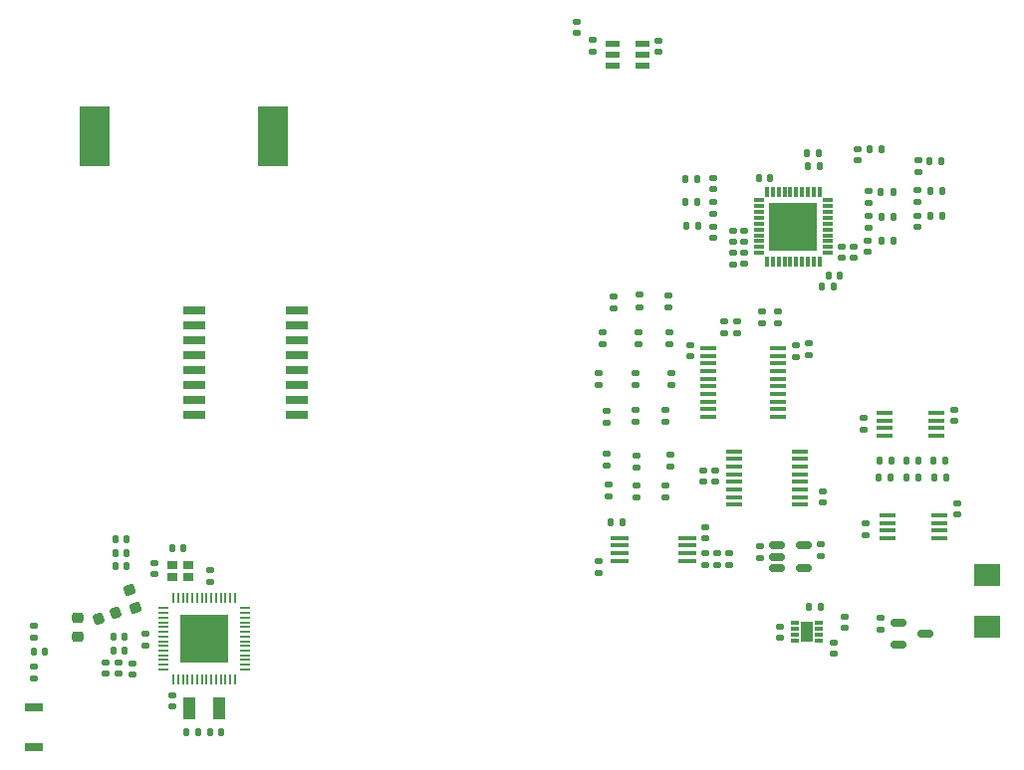
<source format=gtp>
G04 #@! TF.GenerationSoftware,KiCad,Pcbnew,9.0.5*
G04 #@! TF.CreationDate,2025-11-01T16:07:24-04:00*
G04 #@! TF.ProjectId,main_board_v1,6d61696e-5f62-46f6-9172-645f76312e6b,rev?*
G04 #@! TF.SameCoordinates,Original*
G04 #@! TF.FileFunction,Paste,Top*
G04 #@! TF.FilePolarity,Positive*
%FSLAX46Y46*%
G04 Gerber Fmt 4.6, Leading zero omitted, Abs format (unit mm)*
G04 Created by KiCad (PCBNEW 9.0.5) date 2025-11-01 16:07:24*
%MOMM*%
%LPD*%
G01*
G04 APERTURE LIST*
G04 Aperture macros list*
%AMRoundRect*
0 Rectangle with rounded corners*
0 $1 Rounding radius*
0 $2 $3 $4 $5 $6 $7 $8 $9 X,Y pos of 4 corners*
0 Add a 4 corners polygon primitive as box body*
4,1,4,$2,$3,$4,$5,$6,$7,$8,$9,$2,$3,0*
0 Add four circle primitives for the rounded corners*
1,1,$1+$1,$2,$3*
1,1,$1+$1,$4,$5*
1,1,$1+$1,$6,$7*
1,1,$1+$1,$8,$9*
0 Add four rect primitives between the rounded corners*
20,1,$1+$1,$2,$3,$4,$5,0*
20,1,$1+$1,$4,$5,$6,$7,0*
20,1,$1+$1,$6,$7,$8,$9,0*
20,1,$1+$1,$8,$9,$2,$3,0*%
G04 Aperture macros list end*
%ADD10RoundRect,0.150000X-0.512500X-0.150000X0.512500X-0.150000X0.512500X0.150000X-0.512500X0.150000X0*%
%ADD11RoundRect,0.147500X0.147500X0.172500X-0.147500X0.172500X-0.147500X-0.172500X0.147500X-0.172500X0*%
%ADD12RoundRect,0.135000X-0.135000X-0.185000X0.135000X-0.185000X0.135000X0.185000X-0.135000X0.185000X0*%
%ADD13RoundRect,0.140000X-0.170000X0.140000X-0.170000X-0.140000X0.170000X-0.140000X0.170000X0.140000X0*%
%ADD14RoundRect,0.135000X-0.185000X0.135000X-0.185000X-0.135000X0.185000X-0.135000X0.185000X0.135000X0*%
%ADD15RoundRect,0.135000X0.185000X-0.135000X0.185000X0.135000X-0.185000X0.135000X-0.185000X-0.135000X0*%
%ADD16RoundRect,0.147500X0.172500X-0.147500X0.172500X0.147500X-0.172500X0.147500X-0.172500X-0.147500X0*%
%ADD17RoundRect,0.140000X0.170000X-0.140000X0.170000X0.140000X-0.170000X0.140000X-0.170000X-0.140000X0*%
%ADD18RoundRect,0.147500X-0.172500X0.147500X-0.172500X-0.147500X0.172500X-0.147500X0.172500X0.147500X0*%
%ADD19R,1.473200X0.355600*%
%ADD20RoundRect,0.218750X-0.117915X-0.315613X0.293200X-0.165979X0.117915X0.315613X-0.293200X0.165979X0*%
%ADD21RoundRect,0.140000X0.140000X0.170000X-0.140000X0.170000X-0.140000X-0.170000X0.140000X-0.170000X0*%
%ADD22R,1.400000X0.450000*%
%ADD23RoundRect,0.051250X-0.733750X-0.153750X0.733750X-0.153750X0.733750X0.153750X-0.733750X0.153750X0*%
%ADD24R,0.850000X0.200000*%
%ADD25R,0.200000X0.850000*%
%ADD26R,4.050000X4.050000*%
%ADD27RoundRect,0.135000X0.135000X0.185000X-0.135000X0.185000X-0.135000X-0.185000X0.135000X-0.185000X0*%
%ADD28R,1.600000X0.800000*%
%ADD29R,1.150000X0.600000*%
%ADD30R,1.100000X1.900000*%
%ADD31R,2.500000X5.100000*%
%ADD32R,0.850000X0.300000*%
%ADD33R,0.300000X0.850000*%
%ADD34R,0.850000X0.750000*%
%ADD35RoundRect,0.140000X-0.140000X-0.170000X0.140000X-0.170000X0.140000X0.170000X-0.140000X0.170000X0*%
%ADD36RoundRect,0.225000X-0.250000X0.225000X-0.250000X-0.225000X0.250000X-0.225000X0.250000X0.225000X0*%
%ADD37R,2.259800X1.874000*%
%ADD38R,0.700000X0.300000*%
%ADD39R,1.000000X1.700000*%
%ADD40R,1.910000X0.640000*%
%ADD41RoundRect,0.225000X0.311878X-0.125926X0.157969X0.296936X-0.311878X0.125926X-0.157969X-0.296936X0*%
%ADD42R,1.475000X0.450000*%
%ADD43RoundRect,0.147500X-0.147500X-0.172500X0.147500X-0.172500X0.147500X0.172500X-0.147500X0.172500X0*%
G04 APERTURE END LIST*
D10*
X116464500Y-74104950D03*
X116464500Y-76004950D03*
X118739500Y-75054950D03*
D11*
X43960000Y-76625000D03*
X42990000Y-76625000D03*
D12*
X119242000Y-37354950D03*
X120262000Y-37354950D03*
D13*
X100752000Y-36294950D03*
X100752000Y-37254950D03*
D14*
X91050000Y-52890000D03*
X91050000Y-53910000D03*
X113702000Y-65644950D03*
X113702000Y-66664950D03*
D15*
X97020000Y-50400000D03*
X97020000Y-49380000D03*
D16*
X42975000Y-78860000D03*
X42975000Y-77890000D03*
D17*
X121452000Y-64934950D03*
X121452000Y-63974950D03*
D13*
X104702000Y-67624950D03*
X104702000Y-68584950D03*
D18*
X111952000Y-73619950D03*
X111952000Y-74589950D03*
D14*
X57980000Y-69635050D03*
X57980000Y-70655050D03*
D13*
X101092000Y-68224950D03*
X101092000Y-69184950D03*
D12*
X119242000Y-39504950D03*
X120262000Y-39504950D03*
D15*
X104892000Y-48624950D03*
X104892000Y-47604950D03*
D19*
X102493700Y-59529951D03*
X102493700Y-60179949D03*
X102493700Y-60829951D03*
X102493700Y-61479949D03*
X102493700Y-62129948D03*
X102493700Y-62779949D03*
X102493700Y-63429948D03*
X102493700Y-64079949D03*
X108132500Y-64079949D03*
X108132500Y-63429951D03*
X108132500Y-62779949D03*
X108132500Y-62129951D03*
X108132500Y-61479952D03*
X108132500Y-60829951D03*
X108132500Y-60179952D03*
X108132500Y-59529951D03*
D10*
X106164500Y-67554950D03*
X106164500Y-68504950D03*
X106164500Y-69454950D03*
X108439500Y-69454950D03*
X108439500Y-67554950D03*
D13*
X102402000Y-42664950D03*
X102402000Y-43624950D03*
X118152000Y-34774950D03*
X118152000Y-35734950D03*
D20*
X48489992Y-73788682D03*
X49970008Y-73250000D03*
D21*
X55710000Y-67750000D03*
X54750000Y-67750000D03*
D17*
X43000000Y-75380000D03*
X43000000Y-74420000D03*
D15*
X96650000Y-57060000D03*
X96650000Y-56040000D03*
D13*
X110050000Y-62920000D03*
X110050000Y-63880000D03*
D22*
X115352000Y-56254950D03*
X115352000Y-56904950D03*
X115352000Y-57554950D03*
X115352000Y-58204950D03*
X119752000Y-58204950D03*
X119752000Y-57554950D03*
X119752000Y-56904950D03*
X119752000Y-56254950D03*
D13*
X112702000Y-42124950D03*
X112702000Y-43084950D03*
D23*
X92802000Y-66904950D03*
X92802000Y-67554950D03*
X92802000Y-68204950D03*
X92802000Y-68854950D03*
X98542000Y-68854950D03*
X98542000Y-68204950D03*
X98542000Y-67554950D03*
X98542000Y-66904950D03*
D13*
X111702000Y-42124950D03*
X111702000Y-43084950D03*
D15*
X94500000Y-47250000D03*
X94500000Y-46230000D03*
D13*
X100092000Y-68224950D03*
X100092000Y-69184950D03*
D24*
X54030000Y-72900000D03*
X54030000Y-73300000D03*
X54030000Y-73700000D03*
X54030000Y-74100000D03*
X54030000Y-74500000D03*
X54030000Y-74900000D03*
X54030000Y-75300000D03*
X54030000Y-75700000D03*
X54030000Y-76100000D03*
X54030000Y-76500000D03*
X54030000Y-76900000D03*
X54030000Y-77300000D03*
X54030000Y-77700000D03*
X54030000Y-78100000D03*
D25*
X54880000Y-78950000D03*
X55280000Y-78950000D03*
X55680000Y-78950000D03*
X56080000Y-78950000D03*
X56480000Y-78950000D03*
X56880000Y-78950000D03*
X57280000Y-78950000D03*
X57680000Y-78950000D03*
X58080000Y-78950000D03*
X58480000Y-78950000D03*
X58880000Y-78950000D03*
X59280000Y-78950000D03*
X59680000Y-78950000D03*
X60080000Y-78950000D03*
D24*
X60930000Y-78100000D03*
X60930000Y-77700000D03*
X60930000Y-77300000D03*
X60930000Y-76900000D03*
X60930000Y-76500000D03*
X60930000Y-76100000D03*
X60930000Y-75700000D03*
X60930000Y-75300000D03*
X60930000Y-74900000D03*
X60930000Y-74500000D03*
X60930000Y-74100000D03*
X60930000Y-73700000D03*
X60930000Y-73300000D03*
X60930000Y-72900000D03*
D25*
X60080000Y-72050000D03*
X59680000Y-72050000D03*
X59280000Y-72050000D03*
X58880000Y-72050000D03*
X58480000Y-72050000D03*
X58080000Y-72050000D03*
X57680000Y-72050000D03*
X57280000Y-72050000D03*
X56880000Y-72050000D03*
X56480000Y-72050000D03*
X56080000Y-72050000D03*
X55680000Y-72050000D03*
X55280000Y-72050000D03*
X54880000Y-72050000D03*
D26*
X57480000Y-75500000D03*
D15*
X96650000Y-63460000D03*
X96650000Y-62440000D03*
D14*
X97200000Y-52890000D03*
X97200000Y-53910000D03*
X94150000Y-56030000D03*
X94150000Y-57050000D03*
X101652000Y-48494950D03*
X101652000Y-49514950D03*
D27*
X99402000Y-36374950D03*
X98382000Y-36374950D03*
D15*
X91350000Y-50460000D03*
X91350000Y-49440000D03*
D13*
X121252000Y-55974950D03*
X121252000Y-56934950D03*
X50200000Y-77520000D03*
X50200000Y-78480000D03*
X51350000Y-77570000D03*
X51350000Y-78530000D03*
D15*
X94150000Y-53910000D03*
X94150000Y-52890000D03*
D17*
X98842000Y-51474950D03*
X98842000Y-50514950D03*
D15*
X106242000Y-48624950D03*
X106242000Y-47604950D03*
D13*
X106402000Y-74454950D03*
X106402000Y-75414950D03*
D17*
X110952000Y-76784950D03*
X110952000Y-75824950D03*
D28*
X43000000Y-81300000D03*
X43000000Y-84700000D03*
D29*
X92202000Y-24854950D03*
X92202000Y-25804950D03*
X92202000Y-26754950D03*
X94702000Y-26754950D03*
X94702000Y-25804950D03*
X94702000Y-24854950D03*
D15*
X91850000Y-63410000D03*
X91850000Y-62390000D03*
X52500000Y-76110000D03*
X52500000Y-75090000D03*
D12*
X115012000Y-37454950D03*
X116032000Y-37454950D03*
X115072000Y-41654950D03*
X116092000Y-41654950D03*
D13*
X54750000Y-80320000D03*
X54750000Y-81280000D03*
D17*
X103402000Y-41704950D03*
X103402000Y-40744950D03*
D13*
X118102000Y-39474950D03*
X118102000Y-40434950D03*
X100752000Y-38344950D03*
X100752000Y-39304950D03*
D12*
X114852000Y-60304950D03*
X115872000Y-60304950D03*
D15*
X91700000Y-57110000D03*
X91700000Y-56090000D03*
D13*
X113892000Y-41614950D03*
X113892000Y-42574950D03*
D15*
X108842000Y-51384950D03*
X108842000Y-50364950D03*
D14*
X91650000Y-59740000D03*
X91650000Y-60760000D03*
X94400000Y-49440000D03*
X94400000Y-50460000D03*
D30*
X58730000Y-81450000D03*
X56230000Y-81450000D03*
D13*
X100752000Y-40394950D03*
X100752000Y-41354950D03*
D14*
X96950000Y-46261300D03*
X96950000Y-47281300D03*
D27*
X99402000Y-38324950D03*
X98382000Y-38324950D03*
D12*
X119502000Y-61754950D03*
X120522000Y-61754950D03*
D13*
X118102000Y-37324950D03*
X118102000Y-38284950D03*
D14*
X92300000Y-46340000D03*
X92300000Y-47360000D03*
D27*
X99452000Y-40374950D03*
X98432000Y-40374950D03*
D13*
X109902000Y-67474950D03*
X109902000Y-68434950D03*
D17*
X53230000Y-69980000D03*
X53230000Y-69020000D03*
D12*
X108752000Y-35254950D03*
X109772000Y-35254950D03*
X119142000Y-34804950D03*
X120162000Y-34804950D03*
D27*
X109762000Y-34154950D03*
X108742000Y-34154950D03*
D22*
X115602000Y-64979950D03*
X115602000Y-65629950D03*
X115602000Y-66279950D03*
X115602000Y-66929950D03*
X120002000Y-66929950D03*
X120002000Y-66279950D03*
X120002000Y-65629950D03*
X120002000Y-64979950D03*
D31*
X63350000Y-32750000D03*
X48150000Y-32750000D03*
D32*
X104602000Y-38154950D03*
X104602000Y-38654950D03*
X104602000Y-39154950D03*
X104602000Y-39654950D03*
X104602000Y-40154950D03*
X104602000Y-40654950D03*
X104602000Y-41154950D03*
X104602000Y-41654950D03*
X104602000Y-42154950D03*
X104602000Y-42654950D03*
D33*
X105302000Y-43354950D03*
X105802000Y-43354950D03*
X106302000Y-43354950D03*
X106802000Y-43354950D03*
X107302000Y-43354950D03*
X107802000Y-43354950D03*
X108302000Y-43354950D03*
X108802000Y-43354950D03*
X109302000Y-43354950D03*
X109802000Y-43354950D03*
D32*
X110502000Y-42654950D03*
X110502000Y-42154950D03*
X110502000Y-41654950D03*
X110502000Y-41154950D03*
X110502000Y-40654950D03*
X110502000Y-40154950D03*
X110502000Y-39654950D03*
X110502000Y-39154950D03*
X110502000Y-38654950D03*
X110502000Y-38154950D03*
D33*
X109802000Y-37454950D03*
X109302000Y-37454950D03*
X108802000Y-37454950D03*
X108302000Y-37454950D03*
X107802000Y-37454950D03*
X107302000Y-37454950D03*
X106802000Y-37454950D03*
X106302000Y-37454950D03*
X105802000Y-37454950D03*
X105302000Y-37454950D03*
D26*
X107552000Y-40404950D03*
D21*
X50880000Y-68200000D03*
X49920000Y-68200000D03*
D34*
X54805000Y-70275000D03*
X56155000Y-70275000D03*
X56155000Y-69225000D03*
X54805000Y-69225000D03*
D35*
X56000000Y-83450000D03*
X56960000Y-83450000D03*
D21*
X58960000Y-83450000D03*
X58000000Y-83450000D03*
D12*
X117152000Y-61754950D03*
X118172000Y-61754950D03*
D36*
X46730000Y-73744341D03*
X46730000Y-75294341D03*
D15*
X94250000Y-63460000D03*
X94250000Y-62440000D03*
D37*
X124002000Y-74470700D03*
X124002000Y-70056700D03*
D17*
X107742000Y-51504950D03*
X107742000Y-50544950D03*
D21*
X50730000Y-75300000D03*
X49770000Y-75300000D03*
D13*
X89150000Y-22970000D03*
X89150000Y-23930000D03*
D14*
X90476000Y-24544950D03*
X90476000Y-25564950D03*
X102752000Y-48494950D03*
X102752000Y-49514950D03*
X97100000Y-59790000D03*
X97100000Y-60810000D03*
D13*
X103402000Y-42644950D03*
X103402000Y-43604950D03*
X113922000Y-39524950D03*
X113922000Y-40484950D03*
D38*
X107652000Y-74117450D03*
X107652000Y-74617450D03*
X107652000Y-75117450D03*
X107652000Y-75617450D03*
X109752000Y-75617450D03*
X109752000Y-75117450D03*
X109752000Y-74617450D03*
X109752000Y-74117450D03*
D39*
X108702000Y-74867450D03*
D13*
X114952000Y-73724950D03*
X114952000Y-74684950D03*
D12*
X117142000Y-60304950D03*
X118162000Y-60304950D03*
X109942000Y-45554950D03*
X110962000Y-45554950D03*
X114042000Y-33834950D03*
X115062000Y-33834950D03*
D13*
X96076000Y-24574950D03*
X96076000Y-25534950D03*
X49100000Y-77520000D03*
X49100000Y-78480000D03*
D17*
X102402000Y-41704950D03*
X102402000Y-40744950D03*
D12*
X115062000Y-39554950D03*
X116082000Y-39554950D03*
D40*
X65385000Y-56445000D03*
X65385000Y-55175000D03*
X65385000Y-53905000D03*
X65385000Y-52635000D03*
X65385000Y-51365000D03*
X65385000Y-50095000D03*
X65385000Y-48825000D03*
X65385000Y-47555000D03*
X56615000Y-47555000D03*
X56615000Y-48825000D03*
X56615000Y-50095000D03*
X56615000Y-51365000D03*
X56615000Y-52635000D03*
X56615000Y-53905000D03*
X56615000Y-55175000D03*
X56615000Y-56445000D03*
D12*
X108852000Y-72804950D03*
X109872000Y-72804950D03*
D41*
X51632566Y-72826433D03*
X51102434Y-71369909D03*
D14*
X90977000Y-68844950D03*
X90977000Y-69864950D03*
D13*
X113932000Y-37404950D03*
X113932000Y-38364950D03*
X99932500Y-61149949D03*
X99932500Y-62109949D03*
D21*
X50880000Y-67000000D03*
X49920000Y-67000000D03*
D42*
X100354000Y-50749950D03*
X100354000Y-51399950D03*
X100354000Y-52049950D03*
X100354000Y-52699950D03*
X100354000Y-53349950D03*
X100354000Y-53999950D03*
X100354000Y-54649950D03*
X100354000Y-55299950D03*
X100354000Y-55949950D03*
X100354000Y-56599950D03*
X106230000Y-56599950D03*
X106230000Y-55949950D03*
X106230000Y-55299950D03*
X106230000Y-54649950D03*
X106230000Y-53999950D03*
X106230000Y-53349950D03*
X106230000Y-52699950D03*
X106230000Y-52049950D03*
X106230000Y-51399950D03*
X106230000Y-50749950D03*
D15*
X94250000Y-60910000D03*
X94250000Y-59890000D03*
D14*
X113502000Y-56694950D03*
X113502000Y-57714950D03*
D21*
X50880000Y-69300000D03*
X49920000Y-69300000D03*
D43*
X49765000Y-76500000D03*
X50735000Y-76500000D03*
D35*
X110572000Y-44554950D03*
X111532000Y-44554950D03*
D13*
X113052000Y-33804950D03*
X113052000Y-34764950D03*
D17*
X100092000Y-66934950D03*
X100092000Y-65974950D03*
D21*
X105582000Y-36254950D03*
X104622000Y-36254950D03*
D12*
X114832000Y-61774950D03*
X115852000Y-61774950D03*
D13*
X102092000Y-68224950D03*
X102092000Y-69184950D03*
D27*
X93060000Y-65550000D03*
X92040000Y-65550000D03*
D12*
X119492000Y-60304950D03*
X120512000Y-60304950D03*
D13*
X100932500Y-61149949D03*
X100932500Y-62109949D03*
M02*

</source>
